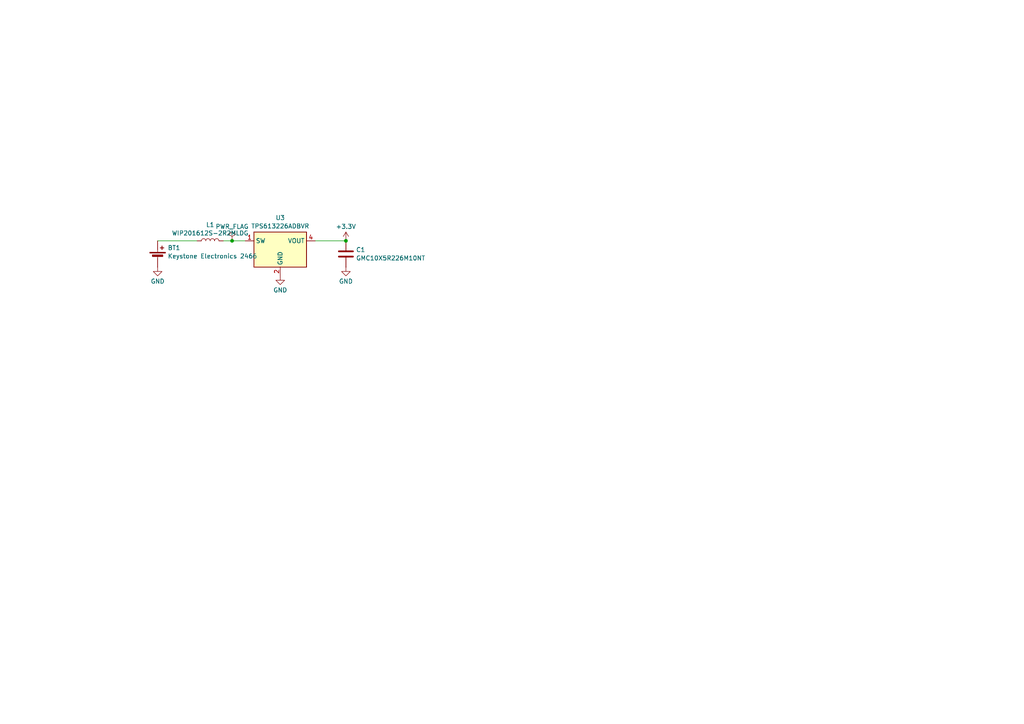
<source format=kicad_sch>
(kicad_sch (version 20231120) (generator "eeschema") (generator_version "8.0")
  (paper "A4")
  (lib_symbols
    (symbol "Device:Battery_Cell" (pin_numbers hide) (pin_names (offset 0) hide)
      (property "Reference" "BT" (at 2.54 2.54 0))
      (property "Value" "Battery_Cell" (at 2.54 0 0))
      (symbol "Battery_Cell_0_1"
        (rectangle (start -2.286 1.778) (end 2.286 1.524) (fill (type outline)))
        (rectangle (start -1.524 1.016) (end 1.524 0.508) (fill (type outline)))
        (polyline (pts (xy 0 0.762) (xy 0 0)))
        (polyline (pts (xy 0 1.778) (xy 0 2.54)))
        (polyline (pts (xy 0.762 3.048) (xy 1.778 3.048)) (stroke (width 0.254)))
        (polyline (pts (xy 1.27 3.556) (xy 1.27 2.54)) (stroke (width 0.254)))
      )
      (symbol "Battery_Cell_1_1"
        (pin passive line (at 0 5.08 270) (length 2.54) (name "+") (number "1"))
        (pin passive line (at 0 -2.54 90) (length 2.54) (name "-") (number "2"))
      )
    )
    (symbol "Device:C" (pin_numbers hide) (pin_names (offset 0.254))
      (property "Reference" "C" (at 0.635 2.54 0))
      (property "Value" "C" (at 0.635 -2.54 0))
      (symbol "C_0_1"
        (polyline (pts (xy -2.032 -0.762) (xy 2.032 -0.762)) (stroke (width 0.508)))
        (polyline (pts (xy -2.032 0.762) (xy 2.032 0.762)) (stroke (width 0.508)))
      )
      (symbol "C_1_1"
        (pin passive line (at 0 3.81 270) (length 2.794) (name "~") (number "1"))
        (pin passive line (at 0 -3.81 90) (length 2.794) (name "~") (number "2"))
      )
    )
    (symbol "Device:L" (pin_numbers hide) (pin_names (offset 1.016) hide)
      (property "Reference" "L" (at -1.27 0 90))
      (property "Value" "L" (at 1.905 0 90))
      (symbol "L_0_1"
        (arc (start 0 -2.54) (mid 0.6323 -1.905) (end 0 -1.27))
        (arc (start 0 -1.27) (mid 0.6323 -0.635) (end 0 0))
        (arc (start 0 0) (mid 0.6323 0.635) (end 0 1.27))
        (arc (start 0 1.27) (mid 0.6323 1.905) (end 0 2.54))
      )
      (symbol "L_1_1"
        (pin passive line (at 0 3.81 270) (length 1.27) (name "1") (number "1"))
        (pin passive line (at 0 -3.81 90) (length 1.27) (name "2") (number "2"))
      )
    )
    (symbol "Regulator_Switching:TPS613226ADBV"
      (property "Reference" "U" (at -7.62 6.35 0))
      (property "Value" "TPS613226ADBV" (at 2.54 6.35 0))
      (symbol "TPS613226ADBV_0_1"
        (rectangle (start -7.62 5.08) (end 7.62 -5.08) (stroke (width 0.254)) (fill (type background)))
      )
      (symbol "TPS613226ADBV_1_1"
        (pin power_in line (at -10.16 2.54 0) (length 2.54) (name "SW") (number "1"))
        (pin power_in line (at 0 -7.62 90) (length 2.54) (name "GND") (number "2"))
        (pin no_connect line (at -7.62 -2.54 0) (length 2.54) hide (name "NC") (number "3"))
        (pin power_out line (at 10.16 2.54 180) (length 2.54) (name "VOUT") (number "4"))
        (pin no_connect line (at 7.62 -2.54 180) (length 2.54) hide (name "NC") (number "5"))
      )
    )
    (symbol "power:+3.3V" (power) (pin_numbers hide) (pin_names (offset 0) hide)
      (property "Value" "+3.3V" (at 0 3.556 0))
      (symbol "+3.3V_0_1"
        (polyline (pts (xy -0.762 1.27) (xy 0 2.54)))
        (polyline (pts (xy 0 0) (xy 0 2.54)))
        (polyline (pts (xy 0 2.54) (xy 0.762 1.27)))
      )
      (symbol "+3.3V_1_1"
        (pin power_in line (at 0 0 90) (length 0) (name "~") (number "1"))
      )
    )
    (symbol "power:GND" (power) (pin_numbers hide) (pin_names (offset 0) hide)
      (property "Value" "GND" (at 0 -3.81 0))
      (symbol "GND_0_1"
        (polyline (pts (xy 0 0) (xy 0 -1.27) (xy 1.27 -1.27) (xy 0 -2.54) (xy -1.27 -1.27) (xy 0 -1.27)))
      )
      (symbol "GND_1_1"
        (pin power_in line (at 0 0 270) (length 0) (name "~") (number "1"))
      )
    )
    (symbol "power:PWR_FLAG" (power) (pin_numbers hide) (pin_names (offset 0) hide)
      (property "Value" "PWR_FLAG" (at 0 3.81 0))
      (symbol "PWR_FLAG_0_0"
        (pin power_out line (at 0 0 90) (length 0) (name "~") (number "1"))
      )
      (symbol "PWR_FLAG_0_1"
        (polyline (pts (xy 0 0) (xy 0 1.27) (xy -1.016 1.905) (xy 0 2.54) (xy 1.016 1.905) (xy 0 1.27)))
      )
    )
  )
  (junction (at 100.33 69.85))
  (junction (at 67.31 69.85))
  (wire (pts (xy 45.72 69.85) (xy 57.15 69.85)))
  (wire (pts (xy 91.44 69.85) (xy 100.33 69.85)))
  (wire (pts (xy 64.77 69.85) (xy 67.31 69.85)))
  (wire (pts (xy 67.31 69.85) (xy 71.12 69.85)))
  (symbol (lib_id "power:PWR_FLAG") (at 67.31 69.85 0) (unit 1)
    (property "Reference" "#FLG01" (effects (hide yes)))
    (property "Value" "PWR_FLAG" (at 67.31 65.7169 0))
    (property "Description" "Special symbol for telling ERC where power comes from" (effects (hide yes)))
  )
  (symbol (lib_id "Device:C") (at 100.33 73.66 0) (unit 1)
    (property "Reference" "C1" (at 103.251 72.4478 0) (effects (justify left)))
    (property "Value" "GMC10X5R226M10NT" (at 103.251 74.8721 0) (effects (justify left)))
    (property "Footprint" "Capacitor_SMD:C_0603_1608Metric_Pad1.08x0.95mm_HandSolder" (effects (hide yes)))
    (property "Description" "Unpolarized capacitor 22u" (effects (hide yes)))
  )
  (symbol (lib_id "Device:L") (at 60.96 69.85 90) (unit 1)
    (property "Reference" "L1" (at 60.96 65.2002 90))
    (property "Value" "WIP201612S-2R2MLDG" (at 60.96 67.6245 90))
    (property "Footprint" "Inductor_SMD:L_0805_2012Metric_Pad1.15x1.40mm_HandSolder" (effects (hide yes)))
    (property "Description" "Inductor" (effects (hide yes)))
  )
  (symbol (lib_id "power:GND") (at 81.28 80.01 0) (unit 1)
    (property "Reference" "#PWR02" (effects (hide yes)))
    (property "Value" "GND" (at 81.28 84.1431 0))
    (property "Description" "Power symbol creates a global label with name \"GND\" , ground" (effects (hide yes)))
  )
  (symbol (lib_id "power:+3.3V") (at 100.33 69.85 0) (unit 1)
    (property "Reference" "#PWR03" (effects (hide yes)))
    (property "Value" "+3.3V" (at 100.33 65.7169 0))
    (property "Description" "Power symbol creates a global label with name \"+3.3V\"" (effects (hide yes)))
  )
  (symbol (lib_id "power:GND") (at 45.72 77.47 0) (unit 1)
    (property "Reference" "#PWR01" (effects (hide yes)))
    (property "Value" "GND" (at 45.72 81.6031 0))
    (property "Description" "Power symbol creates a global label with name \"GND\" , ground" (effects (hide yes)))
  )
  (symbol (lib_id "power:GND") (at 100.33 77.47 0) (unit 1)
    (property "Reference" "#PWR04" (effects (hide yes)))
    (property "Value" "GND" (at 100.33 81.6031 0))
    (property "Description" "Power symbol creates a global label with name \"GND\" , ground" (effects (hide yes)))
  )
  (symbol (lib_id "Device:Battery_Cell") (at 45.72 74.93 0) (unit 1)
    (property "Reference" "BT1" (at 48.641 71.8763 0) (effects (justify left)))
    (property "Value" "Keystone Electronics 2466" (at 48.641 74.3006 0) (effects (justify left)))
    (property "Footprint" "Battery:BatteryHolder_Keystone_2466_1xAAA" (effects (hide yes)))
    (property "Description" "Single cell AAA battery holder" (effects (hide yes)))
  )
  (symbol (lib_id "Regulator_Switching:TPS613226ADBV") (at 81.28 72.39 0) (unit 1)
    (property "Reference" "U3" (at 81.28 63.1655 0))
    (property "Value" "TPS613226ADBVR" (at 81.28 65.5898 0))
    (property "Footprint" "Package_TO_SOT_SMD:SOT-23-5" (effects (hide yes)))
    (property "Datasheet" "http://www.ti.com/lit/ds/symlink/tps61322.pdf" (effects (hide yes)))
    (property "Description" "1.2A Step-Up Converter, 3.6V Output Voltage, 0.9-5.5V Input Voltage, SOT-23-5" (effects (hide yes)))
  )
)
</source>
